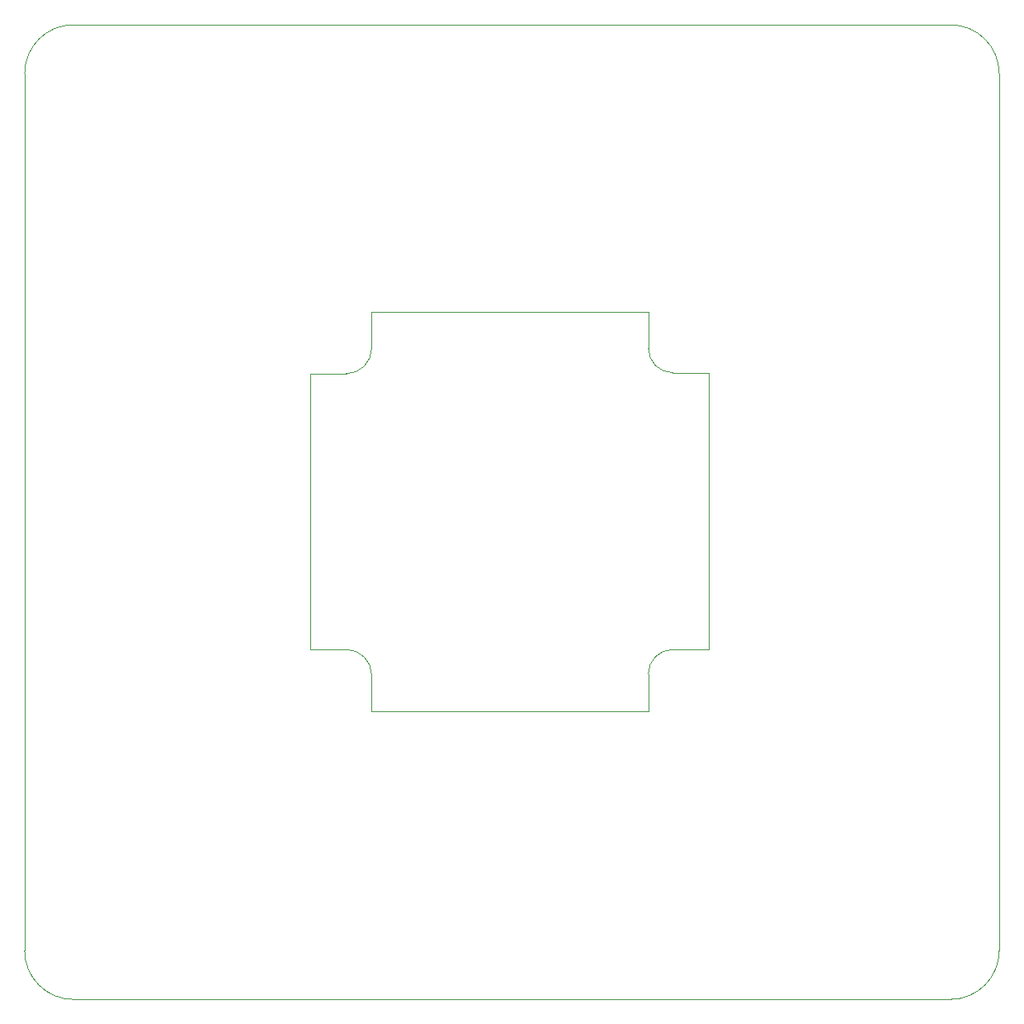
<source format=gm1>
G04 #@! TF.GenerationSoftware,KiCad,Pcbnew,(5.1.4)-1*
G04 #@! TF.CreationDate,2019-10-31T11:31:03+01:00*
G04 #@! TF.ProjectId,LED_Strahler,4c45445f-5374-4726-9168-6c65722e6b69,rev?*
G04 #@! TF.SameCoordinates,Original*
G04 #@! TF.FileFunction,Profile,NP*
%FSLAX46Y46*%
G04 Gerber Fmt 4.6, Leading zero omitted, Abs format (unit mm)*
G04 Created by KiCad (PCBNEW (5.1.4)-1) date 2019-10-31 11:31:03*
%MOMM*%
%LPD*%
G04 APERTURE LIST*
%ADD10C,0.050000*%
%ADD11C,0.120000*%
G04 APERTURE END LIST*
D10*
X100000000Y-145000000D02*
X100000000Y-55000000D01*
X195000000Y-150000000D02*
X105000000Y-150000000D01*
X200000000Y-55000000D02*
X200000000Y-145000000D01*
X105000000Y-50000000D02*
X195000000Y-50000000D01*
X105000000Y-150000000D02*
G75*
G02X100000000Y-145000000I0J5000000D01*
G01*
X200000000Y-145000000D02*
G75*
G02X195000000Y-150000000I-5000000J0D01*
G01*
X195000000Y-50000000D02*
G75*
G02X200000000Y-55000000I0J-5000000D01*
G01*
X100000000Y-55000000D02*
G75*
G02X105000000Y-50000000I5000000J0D01*
G01*
D11*
X133000000Y-114100000D02*
G75*
G02X135600000Y-116700000I0J-2600000D01*
G01*
X163500000Y-120400000D02*
X164000000Y-120400000D01*
X164000000Y-120400000D02*
X164000000Y-116600000D01*
X163500000Y-120400000D02*
X135600000Y-120400000D01*
X135600000Y-120400000D02*
X135600000Y-116700000D01*
X129400000Y-114100000D02*
X133000000Y-114100000D01*
X129400000Y-114100000D02*
X129300000Y-114100000D01*
X129300000Y-114100000D02*
X129300000Y-85800000D01*
X129300000Y-85800000D02*
X133000000Y-85800000D01*
X170200000Y-114100000D02*
X170200000Y-85700000D01*
X170200000Y-85700000D02*
X166500000Y-85700000D01*
X164000000Y-79500000D02*
X164000000Y-83200000D01*
X164000000Y-79500000D02*
X135600000Y-79500000D01*
X135600000Y-79500000D02*
X135600000Y-83200000D01*
X135600000Y-83200000D02*
G75*
G02X133000000Y-85800000I-2600000J0D01*
G01*
X170200000Y-114100000D02*
X166500000Y-114100000D01*
X164000000Y-116600000D02*
G75*
G02X166500000Y-114100000I2500000J0D01*
G01*
X166500000Y-85700000D02*
G75*
G02X164000000Y-83200000I0J2500000D01*
G01*
M02*

</source>
